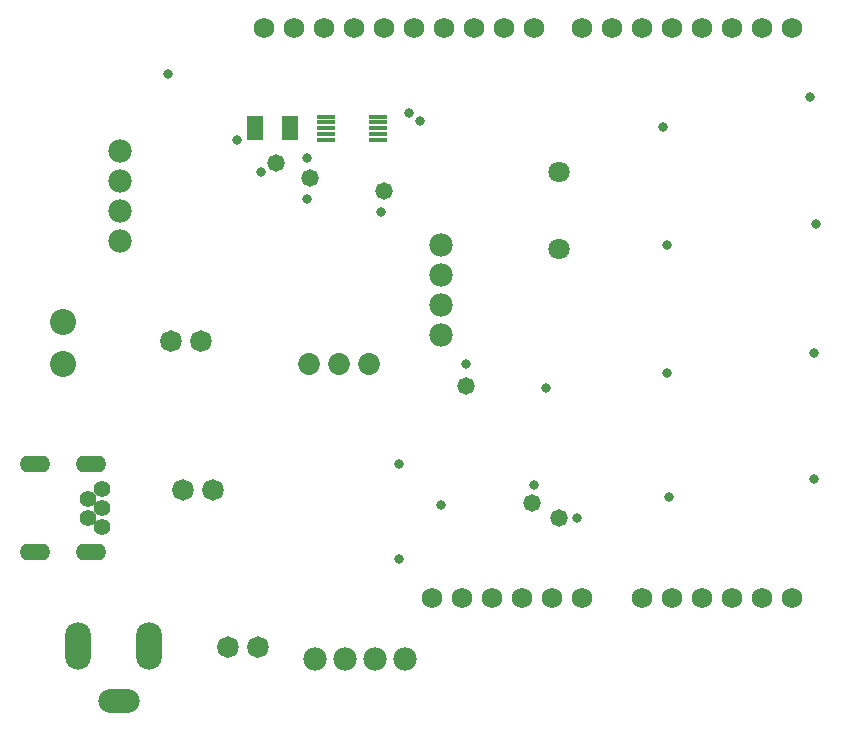
<source format=gbs>
G04*
G04 #@! TF.GenerationSoftware,Altium Limited,Altium Designer,23.10.1 (27)*
G04*
G04 Layer_Color=16711935*
%FSLAX44Y44*%
%MOMM*%
G71*
G04*
G04 #@! TF.SameCoordinates,2AE02515-478E-4FF6-B523-2722CBD37BA3*
G04*
G04*
G04 #@! TF.FilePolarity,Negative*
G04*
G01*
G75*
%ADD20C,0.0000*%
%ADD23R,1.3208X2.0066*%
%ADD27C,1.8032*%
%ADD28C,1.9812*%
%ADD29C,1.8532*%
%ADD30C,1.8232*%
%ADD31C,1.7272*%
%ADD32O,2.6032X1.4032*%
%ADD33C,1.4032*%
%ADD34O,2.2032X4.0032*%
%ADD35O,3.5032X2.0032*%
%ADD36C,2.2032*%
%ADD37C,0.8382*%
%ADD38C,1.4732*%
%ADD59R,1.5208X0.3508*%
%ADD60R,1.5008X0.3508*%
D20*
X168631Y318770D02*
G03*
X168631Y318770I-8611J0D01*
G01*
X194031D02*
G03*
X194031Y318770I-8611J0D01*
G01*
X178791Y193040D02*
G03*
X178791Y193040I-8611J0D01*
G01*
X204191D02*
G03*
X204191Y193040I-8611J0D01*
G01*
X216891Y59690D02*
G03*
X216891Y59690I-8611J0D01*
G01*
X242291D02*
G03*
X242291Y59690I-8611J0D01*
G01*
D23*
X261366Y499110D02*
D03*
X231394D02*
D03*
D27*
X488950Y396760D02*
D03*
Y461760D02*
D03*
D28*
X388620Y349250D02*
D03*
Y323850D02*
D03*
Y400050D02*
D03*
Y374650D02*
D03*
X307340Y49530D02*
D03*
X281940D02*
D03*
X358140D02*
D03*
X332740D02*
D03*
X116840Y429260D02*
D03*
Y403860D02*
D03*
Y480060D02*
D03*
Y454660D02*
D03*
D29*
X276860Y299720D02*
D03*
X302260D02*
D03*
X327660D02*
D03*
D30*
X160020Y318770D02*
D03*
X185420D02*
D03*
X170180Y193040D02*
D03*
X195580D02*
D03*
X208280Y59690D02*
D03*
X233680D02*
D03*
D31*
X508000Y101600D02*
D03*
X381000D02*
D03*
X406400D02*
D03*
X431800D02*
D03*
X457200D02*
D03*
X482600D02*
D03*
X508000Y584200D02*
D03*
X533400D02*
D03*
X558800D02*
D03*
X584200D02*
D03*
X609600D02*
D03*
X635000D02*
D03*
X660400D02*
D03*
X685800D02*
D03*
X238760D02*
D03*
X264160D02*
D03*
X289560D02*
D03*
X314960D02*
D03*
X340360D02*
D03*
X365760D02*
D03*
X391160D02*
D03*
X416560D02*
D03*
X441960D02*
D03*
X467360D02*
D03*
X685800Y101600D02*
D03*
X660400D02*
D03*
X635000D02*
D03*
X609600D02*
D03*
X558800D02*
D03*
X584200D02*
D03*
D32*
X45402Y140600D02*
D03*
X92901D02*
D03*
Y215000D02*
D03*
X45402D02*
D03*
D33*
X101918Y193600D02*
D03*
X89881Y185602D02*
D03*
Y169602D02*
D03*
X101918Y177601D02*
D03*
Y161601D02*
D03*
D34*
X141280Y60960D02*
D03*
X81280D02*
D03*
D35*
X116280Y14460D02*
D03*
D36*
X68580Y335000D02*
D03*
Y300000D02*
D03*
D37*
X410210Y299720D02*
D03*
X275590Y473710D02*
D03*
X337820Y427990D02*
D03*
X236220Y462280D02*
D03*
X275590Y439420D02*
D03*
X361950Y511810D02*
D03*
X504190Y168910D02*
D03*
X370840Y505460D02*
D03*
X477520Y279400D02*
D03*
X467360Y196850D02*
D03*
X215900Y488950D02*
D03*
X701040Y525780D02*
D03*
X706120Y417830D02*
D03*
X704850Y308610D02*
D03*
Y201930D02*
D03*
X581660Y186690D02*
D03*
X576580Y500380D02*
D03*
X580390Y400050D02*
D03*
Y292100D02*
D03*
X353060Y214630D02*
D03*
X388620Y180340D02*
D03*
X353060Y134620D02*
D03*
X157480Y544830D02*
D03*
D38*
X278130Y457200D02*
D03*
X410210Y280670D02*
D03*
X340360Y445770D02*
D03*
X248920Y469900D02*
D03*
X466090Y181610D02*
D03*
X488950Y168910D02*
D03*
D59*
X291690Y509110D02*
D03*
Y504110D02*
D03*
Y499110D02*
D03*
Y494110D02*
D03*
Y489110D02*
D03*
X335690D02*
D03*
Y494110D02*
D03*
Y499110D02*
D03*
Y504110D02*
D03*
D60*
Y509110D02*
D03*
M02*

</source>
